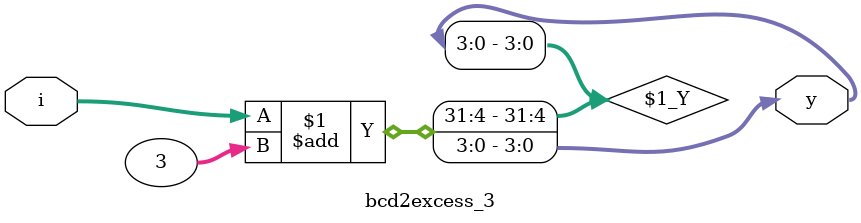
<source format=v>
`timescale 1ns / 1ps

module bcd2excess_3(
    input [3:0] i,
    output wire [3:0] y
    );
    assign y =i+3;
endmodule

</source>
